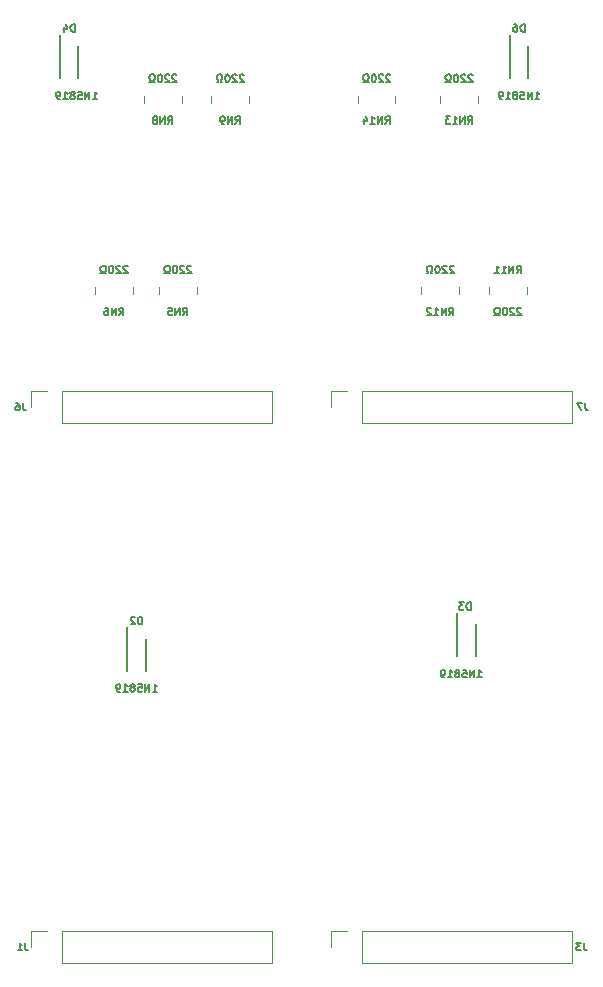
<source format=gbr>
%TF.GenerationSoftware,KiCad,Pcbnew,(6.0.5)*%
%TF.CreationDate,2022-08-15T11:08:26+02:00*%
%TF.ProjectId,Bus Tester,42757320-5465-4737-9465-722e6b696361,rev?*%
%TF.SameCoordinates,Original*%
%TF.FileFunction,Legend,Bot*%
%TF.FilePolarity,Positive*%
%FSLAX46Y46*%
G04 Gerber Fmt 4.6, Leading zero omitted, Abs format (unit mm)*
G04 Created by KiCad (PCBNEW (6.0.5)) date 2022-08-15 11:08:26*
%MOMM*%
%LPD*%
G01*
G04 APERTURE LIST*
%ADD10C,0.150000*%
%ADD11C,0.200000*%
%ADD12C,0.100000*%
%ADD13C,0.120000*%
G04 APERTURE END LIST*
D10*
%TO.C,D6*%
X65873690Y-25052261D02*
X65873690Y-24417261D01*
X65722500Y-24417261D01*
X65631785Y-24447500D01*
X65571309Y-24507976D01*
X65541071Y-24568452D01*
X65510833Y-24689404D01*
X65510833Y-24780119D01*
X65541071Y-24901071D01*
X65571309Y-24961547D01*
X65631785Y-25022023D01*
X65722500Y-25052261D01*
X65873690Y-25052261D01*
X64966547Y-24417261D02*
X65087500Y-24417261D01*
X65147976Y-24447500D01*
X65178214Y-24477738D01*
X65238690Y-24568452D01*
X65268928Y-24689404D01*
X65268928Y-24931309D01*
X65238690Y-24991785D01*
X65208452Y-25022023D01*
X65147976Y-25052261D01*
X65027023Y-25052261D01*
X64966547Y-25022023D01*
X64936309Y-24991785D01*
X64906071Y-24931309D01*
X64906071Y-24780119D01*
X64936309Y-24719642D01*
X64966547Y-24689404D01*
X65027023Y-24659166D01*
X65147976Y-24659166D01*
X65208452Y-24689404D01*
X65238690Y-24719642D01*
X65268928Y-24780119D01*
X66765714Y-30767261D02*
X67128571Y-30767261D01*
X66947142Y-30767261D02*
X66947142Y-30132261D01*
X67007619Y-30222976D01*
X67068095Y-30283452D01*
X67128571Y-30313690D01*
X66493571Y-30767261D02*
X66493571Y-30132261D01*
X66130714Y-30767261D01*
X66130714Y-30132261D01*
X65525952Y-30132261D02*
X65828333Y-30132261D01*
X65858571Y-30434642D01*
X65828333Y-30404404D01*
X65767857Y-30374166D01*
X65616666Y-30374166D01*
X65556190Y-30404404D01*
X65525952Y-30434642D01*
X65495714Y-30495119D01*
X65495714Y-30646309D01*
X65525952Y-30706785D01*
X65556190Y-30737023D01*
X65616666Y-30767261D01*
X65767857Y-30767261D01*
X65828333Y-30737023D01*
X65858571Y-30706785D01*
X65132857Y-30404404D02*
X65193333Y-30374166D01*
X65223571Y-30343928D01*
X65253809Y-30283452D01*
X65253809Y-30253214D01*
X65223571Y-30192738D01*
X65193333Y-30162500D01*
X65132857Y-30132261D01*
X65011904Y-30132261D01*
X64951428Y-30162500D01*
X64921190Y-30192738D01*
X64890952Y-30253214D01*
X64890952Y-30283452D01*
X64921190Y-30343928D01*
X64951428Y-30374166D01*
X65011904Y-30404404D01*
X65132857Y-30404404D01*
X65193333Y-30434642D01*
X65223571Y-30464880D01*
X65253809Y-30525357D01*
X65253809Y-30646309D01*
X65223571Y-30706785D01*
X65193333Y-30737023D01*
X65132857Y-30767261D01*
X65011904Y-30767261D01*
X64951428Y-30737023D01*
X64921190Y-30706785D01*
X64890952Y-30646309D01*
X64890952Y-30525357D01*
X64921190Y-30464880D01*
X64951428Y-30434642D01*
X65011904Y-30404404D01*
X64286190Y-30767261D02*
X64649047Y-30767261D01*
X64467619Y-30767261D02*
X64467619Y-30132261D01*
X64528095Y-30222976D01*
X64588571Y-30283452D01*
X64649047Y-30313690D01*
X63983809Y-30767261D02*
X63862857Y-30767261D01*
X63802380Y-30737023D01*
X63772142Y-30706785D01*
X63711666Y-30616071D01*
X63681428Y-30495119D01*
X63681428Y-30253214D01*
X63711666Y-30192738D01*
X63741904Y-30162500D01*
X63802380Y-30132261D01*
X63923333Y-30132261D01*
X63983809Y-30162500D01*
X64014047Y-30192738D01*
X64044285Y-30253214D01*
X64044285Y-30404404D01*
X64014047Y-30464880D01*
X63983809Y-30495119D01*
X63923333Y-30525357D01*
X63802380Y-30525357D01*
X63741904Y-30495119D01*
X63711666Y-30464880D01*
X63681428Y-30404404D01*
%TO.C,RN8*%
X35680952Y-32862761D02*
X35892619Y-32560380D01*
X36043809Y-32862761D02*
X36043809Y-32227761D01*
X35801904Y-32227761D01*
X35741428Y-32258000D01*
X35711190Y-32288238D01*
X35680952Y-32348714D01*
X35680952Y-32439428D01*
X35711190Y-32499904D01*
X35741428Y-32530142D01*
X35801904Y-32560380D01*
X36043809Y-32560380D01*
X35408809Y-32862761D02*
X35408809Y-32227761D01*
X35045952Y-32862761D01*
X35045952Y-32227761D01*
X34652857Y-32499904D02*
X34713333Y-32469666D01*
X34743571Y-32439428D01*
X34773809Y-32378952D01*
X34773809Y-32348714D01*
X34743571Y-32288238D01*
X34713333Y-32258000D01*
X34652857Y-32227761D01*
X34531904Y-32227761D01*
X34471428Y-32258000D01*
X34441190Y-32288238D01*
X34410952Y-32348714D01*
X34410952Y-32378952D01*
X34441190Y-32439428D01*
X34471428Y-32469666D01*
X34531904Y-32499904D01*
X34652857Y-32499904D01*
X34713333Y-32530142D01*
X34743571Y-32560380D01*
X34773809Y-32620857D01*
X34773809Y-32741809D01*
X34743571Y-32802285D01*
X34713333Y-32832523D01*
X34652857Y-32862761D01*
X34531904Y-32862761D01*
X34471428Y-32832523D01*
X34441190Y-32802285D01*
X34410952Y-32741809D01*
X34410952Y-32620857D01*
X34441190Y-32560380D01*
X34471428Y-32530142D01*
X34531904Y-32499904D01*
X36391547Y-28732238D02*
X36361309Y-28702000D01*
X36300833Y-28671761D01*
X36149642Y-28671761D01*
X36089166Y-28702000D01*
X36058928Y-28732238D01*
X36028690Y-28792714D01*
X36028690Y-28853190D01*
X36058928Y-28943904D01*
X36421785Y-29306761D01*
X36028690Y-29306761D01*
X35786785Y-28732238D02*
X35756547Y-28702000D01*
X35696071Y-28671761D01*
X35544880Y-28671761D01*
X35484404Y-28702000D01*
X35454166Y-28732238D01*
X35423928Y-28792714D01*
X35423928Y-28853190D01*
X35454166Y-28943904D01*
X35817023Y-29306761D01*
X35423928Y-29306761D01*
X35030833Y-28671761D02*
X34970357Y-28671761D01*
X34909880Y-28702000D01*
X34879642Y-28732238D01*
X34849404Y-28792714D01*
X34819166Y-28913666D01*
X34819166Y-29064857D01*
X34849404Y-29185809D01*
X34879642Y-29246285D01*
X34909880Y-29276523D01*
X34970357Y-29306761D01*
X35030833Y-29306761D01*
X35091309Y-29276523D01*
X35121547Y-29246285D01*
X35151785Y-29185809D01*
X35182023Y-29064857D01*
X35182023Y-28913666D01*
X35151785Y-28792714D01*
X35121547Y-28732238D01*
X35091309Y-28702000D01*
X35030833Y-28671761D01*
X34577261Y-29306761D02*
X34426071Y-29306761D01*
X34426071Y-29185809D01*
X34486547Y-29155571D01*
X34547023Y-29095095D01*
X34577261Y-29004380D01*
X34577261Y-28853190D01*
X34547023Y-28762476D01*
X34486547Y-28702000D01*
X34395833Y-28671761D01*
X34274880Y-28671761D01*
X34184166Y-28702000D01*
X34123690Y-28762476D01*
X34093452Y-28853190D01*
X34093452Y-29004380D01*
X34123690Y-29095095D01*
X34184166Y-29155571D01*
X34244642Y-29185809D01*
X34244642Y-29306761D01*
X34093452Y-29306761D01*
%TO.C,J1*%
X23579666Y-102204761D02*
X23579666Y-102658333D01*
X23609904Y-102749047D01*
X23670380Y-102809523D01*
X23761095Y-102839761D01*
X23821571Y-102839761D01*
X22944666Y-102839761D02*
X23307523Y-102839761D01*
X23126095Y-102839761D02*
X23126095Y-102204761D01*
X23186571Y-102295476D01*
X23247047Y-102355952D01*
X23307523Y-102386190D01*
%TO.C,RN12*%
X59478333Y-49055261D02*
X59690000Y-48752880D01*
X59841190Y-49055261D02*
X59841190Y-48420261D01*
X59599285Y-48420261D01*
X59538809Y-48450500D01*
X59508571Y-48480738D01*
X59478333Y-48541214D01*
X59478333Y-48631928D01*
X59508571Y-48692404D01*
X59538809Y-48722642D01*
X59599285Y-48752880D01*
X59841190Y-48752880D01*
X59206190Y-49055261D02*
X59206190Y-48420261D01*
X58843333Y-49055261D01*
X58843333Y-48420261D01*
X58208333Y-49055261D02*
X58571190Y-49055261D01*
X58389761Y-49055261D02*
X58389761Y-48420261D01*
X58450238Y-48510976D01*
X58510714Y-48571452D01*
X58571190Y-48601690D01*
X57966428Y-48480738D02*
X57936190Y-48450500D01*
X57875714Y-48420261D01*
X57724523Y-48420261D01*
X57664047Y-48450500D01*
X57633809Y-48480738D01*
X57603571Y-48541214D01*
X57603571Y-48601690D01*
X57633809Y-48692404D01*
X57996666Y-49055261D01*
X57603571Y-49055261D01*
X59886547Y-44924738D02*
X59856309Y-44894500D01*
X59795833Y-44864261D01*
X59644642Y-44864261D01*
X59584166Y-44894500D01*
X59553928Y-44924738D01*
X59523690Y-44985214D01*
X59523690Y-45045690D01*
X59553928Y-45136404D01*
X59916785Y-45499261D01*
X59523690Y-45499261D01*
X59281785Y-44924738D02*
X59251547Y-44894500D01*
X59191071Y-44864261D01*
X59039880Y-44864261D01*
X58979404Y-44894500D01*
X58949166Y-44924738D01*
X58918928Y-44985214D01*
X58918928Y-45045690D01*
X58949166Y-45136404D01*
X59312023Y-45499261D01*
X58918928Y-45499261D01*
X58525833Y-44864261D02*
X58465357Y-44864261D01*
X58404880Y-44894500D01*
X58374642Y-44924738D01*
X58344404Y-44985214D01*
X58314166Y-45106166D01*
X58314166Y-45257357D01*
X58344404Y-45378309D01*
X58374642Y-45438785D01*
X58404880Y-45469023D01*
X58465357Y-45499261D01*
X58525833Y-45499261D01*
X58586309Y-45469023D01*
X58616547Y-45438785D01*
X58646785Y-45378309D01*
X58677023Y-45257357D01*
X58677023Y-45106166D01*
X58646785Y-44985214D01*
X58616547Y-44924738D01*
X58586309Y-44894500D01*
X58525833Y-44864261D01*
X58072261Y-45499261D02*
X57921071Y-45499261D01*
X57921071Y-45378309D01*
X57981547Y-45348071D01*
X58042023Y-45287595D01*
X58072261Y-45196880D01*
X58072261Y-45045690D01*
X58042023Y-44954976D01*
X57981547Y-44894500D01*
X57890833Y-44864261D01*
X57769880Y-44864261D01*
X57679166Y-44894500D01*
X57618690Y-44954976D01*
X57588452Y-45045690D01*
X57588452Y-45196880D01*
X57618690Y-45287595D01*
X57679166Y-45348071D01*
X57739642Y-45378309D01*
X57739642Y-45499261D01*
X57588452Y-45499261D01*
%TO.C,D3*%
X61301690Y-74010761D02*
X61301690Y-73375761D01*
X61150500Y-73375761D01*
X61059785Y-73406000D01*
X60999309Y-73466476D01*
X60969071Y-73526952D01*
X60938833Y-73647904D01*
X60938833Y-73738619D01*
X60969071Y-73859571D01*
X60999309Y-73920047D01*
X61059785Y-73980523D01*
X61150500Y-74010761D01*
X61301690Y-74010761D01*
X60727166Y-73375761D02*
X60334071Y-73375761D01*
X60545738Y-73617666D01*
X60455023Y-73617666D01*
X60394547Y-73647904D01*
X60364309Y-73678142D01*
X60334071Y-73738619D01*
X60334071Y-73889809D01*
X60364309Y-73950285D01*
X60394547Y-73980523D01*
X60455023Y-74010761D01*
X60636452Y-74010761D01*
X60696928Y-73980523D01*
X60727166Y-73950285D01*
X61876214Y-79725761D02*
X62239071Y-79725761D01*
X62057642Y-79725761D02*
X62057642Y-79090761D01*
X62118119Y-79181476D01*
X62178595Y-79241952D01*
X62239071Y-79272190D01*
X61604071Y-79725761D02*
X61604071Y-79090761D01*
X61241214Y-79725761D01*
X61241214Y-79090761D01*
X60636452Y-79090761D02*
X60938833Y-79090761D01*
X60969071Y-79393142D01*
X60938833Y-79362904D01*
X60878357Y-79332666D01*
X60727166Y-79332666D01*
X60666690Y-79362904D01*
X60636452Y-79393142D01*
X60606214Y-79453619D01*
X60606214Y-79604809D01*
X60636452Y-79665285D01*
X60666690Y-79695523D01*
X60727166Y-79725761D01*
X60878357Y-79725761D01*
X60938833Y-79695523D01*
X60969071Y-79665285D01*
X60243357Y-79362904D02*
X60303833Y-79332666D01*
X60334071Y-79302428D01*
X60364309Y-79241952D01*
X60364309Y-79211714D01*
X60334071Y-79151238D01*
X60303833Y-79121000D01*
X60243357Y-79090761D01*
X60122404Y-79090761D01*
X60061928Y-79121000D01*
X60031690Y-79151238D01*
X60001452Y-79211714D01*
X60001452Y-79241952D01*
X60031690Y-79302428D01*
X60061928Y-79332666D01*
X60122404Y-79362904D01*
X60243357Y-79362904D01*
X60303833Y-79393142D01*
X60334071Y-79423380D01*
X60364309Y-79483857D01*
X60364309Y-79604809D01*
X60334071Y-79665285D01*
X60303833Y-79695523D01*
X60243357Y-79725761D01*
X60122404Y-79725761D01*
X60061928Y-79695523D01*
X60031690Y-79665285D01*
X60001452Y-79604809D01*
X60001452Y-79483857D01*
X60031690Y-79423380D01*
X60061928Y-79393142D01*
X60122404Y-79362904D01*
X59396690Y-79725761D02*
X59759547Y-79725761D01*
X59578119Y-79725761D02*
X59578119Y-79090761D01*
X59638595Y-79181476D01*
X59699071Y-79241952D01*
X59759547Y-79272190D01*
X59094309Y-79725761D02*
X58973357Y-79725761D01*
X58912880Y-79695523D01*
X58882642Y-79665285D01*
X58822166Y-79574571D01*
X58791928Y-79453619D01*
X58791928Y-79211714D01*
X58822166Y-79151238D01*
X58852404Y-79121000D01*
X58912880Y-79090761D01*
X59033833Y-79090761D01*
X59094309Y-79121000D01*
X59124547Y-79151238D01*
X59154785Y-79211714D01*
X59154785Y-79362904D01*
X59124547Y-79423380D01*
X59094309Y-79453619D01*
X59033833Y-79483857D01*
X58912880Y-79483857D01*
X58852404Y-79453619D01*
X58822166Y-79423380D01*
X58791928Y-79362904D01*
%TO.C,RN14*%
X54080833Y-32862761D02*
X54292500Y-32560380D01*
X54443690Y-32862761D02*
X54443690Y-32227761D01*
X54201785Y-32227761D01*
X54141309Y-32258000D01*
X54111071Y-32288238D01*
X54080833Y-32348714D01*
X54080833Y-32439428D01*
X54111071Y-32499904D01*
X54141309Y-32530142D01*
X54201785Y-32560380D01*
X54443690Y-32560380D01*
X53808690Y-32862761D02*
X53808690Y-32227761D01*
X53445833Y-32862761D01*
X53445833Y-32227761D01*
X52810833Y-32862761D02*
X53173690Y-32862761D01*
X52992261Y-32862761D02*
X52992261Y-32227761D01*
X53052738Y-32318476D01*
X53113214Y-32378952D01*
X53173690Y-32409190D01*
X52266547Y-32439428D02*
X52266547Y-32862761D01*
X52417738Y-32197523D02*
X52568928Y-32651095D01*
X52175833Y-32651095D01*
X54489047Y-28732238D02*
X54458809Y-28702000D01*
X54398333Y-28671761D01*
X54247142Y-28671761D01*
X54186666Y-28702000D01*
X54156428Y-28732238D01*
X54126190Y-28792714D01*
X54126190Y-28853190D01*
X54156428Y-28943904D01*
X54519285Y-29306761D01*
X54126190Y-29306761D01*
X53884285Y-28732238D02*
X53854047Y-28702000D01*
X53793571Y-28671761D01*
X53642380Y-28671761D01*
X53581904Y-28702000D01*
X53551666Y-28732238D01*
X53521428Y-28792714D01*
X53521428Y-28853190D01*
X53551666Y-28943904D01*
X53914523Y-29306761D01*
X53521428Y-29306761D01*
X53128333Y-28671761D02*
X53067857Y-28671761D01*
X53007380Y-28702000D01*
X52977142Y-28732238D01*
X52946904Y-28792714D01*
X52916666Y-28913666D01*
X52916666Y-29064857D01*
X52946904Y-29185809D01*
X52977142Y-29246285D01*
X53007380Y-29276523D01*
X53067857Y-29306761D01*
X53128333Y-29306761D01*
X53188809Y-29276523D01*
X53219047Y-29246285D01*
X53249285Y-29185809D01*
X53279523Y-29064857D01*
X53279523Y-28913666D01*
X53249285Y-28792714D01*
X53219047Y-28732238D01*
X53188809Y-28702000D01*
X53128333Y-28671761D01*
X52674761Y-29306761D02*
X52523571Y-29306761D01*
X52523571Y-29185809D01*
X52584047Y-29155571D01*
X52644523Y-29095095D01*
X52674761Y-29004380D01*
X52674761Y-28853190D01*
X52644523Y-28762476D01*
X52584047Y-28702000D01*
X52493333Y-28671761D01*
X52372380Y-28671761D01*
X52281666Y-28702000D01*
X52221190Y-28762476D01*
X52190952Y-28853190D01*
X52190952Y-29004380D01*
X52221190Y-29095095D01*
X52281666Y-29155571D01*
X52342142Y-29185809D01*
X52342142Y-29306761D01*
X52190952Y-29306761D01*
%TO.C,J7*%
X71014166Y-56484761D02*
X71014166Y-56938333D01*
X71044404Y-57029047D01*
X71104880Y-57089523D01*
X71195595Y-57119761D01*
X71256071Y-57119761D01*
X70772261Y-56484761D02*
X70348928Y-56484761D01*
X70621071Y-57119761D01*
%TO.C,J6*%
X23389166Y-56484761D02*
X23389166Y-56938333D01*
X23419404Y-57029047D01*
X23479880Y-57089523D01*
X23570595Y-57119761D01*
X23631071Y-57119761D01*
X22814642Y-56484761D02*
X22935595Y-56484761D01*
X22996071Y-56515000D01*
X23026309Y-56545238D01*
X23086785Y-56635952D01*
X23117023Y-56756904D01*
X23117023Y-56998809D01*
X23086785Y-57059285D01*
X23056547Y-57089523D01*
X22996071Y-57119761D01*
X22875119Y-57119761D01*
X22814642Y-57089523D01*
X22784404Y-57059285D01*
X22754166Y-56998809D01*
X22754166Y-56847619D01*
X22784404Y-56787142D01*
X22814642Y-56756904D01*
X22875119Y-56726666D01*
X22996071Y-56726666D01*
X23056547Y-56756904D01*
X23086785Y-56787142D01*
X23117023Y-56847619D01*
%TO.C,D4*%
X27773690Y-25052261D02*
X27773690Y-24417261D01*
X27622500Y-24417261D01*
X27531785Y-24447500D01*
X27471309Y-24507976D01*
X27441071Y-24568452D01*
X27410833Y-24689404D01*
X27410833Y-24780119D01*
X27441071Y-24901071D01*
X27471309Y-24961547D01*
X27531785Y-25022023D01*
X27622500Y-25052261D01*
X27773690Y-25052261D01*
X26866547Y-24628928D02*
X26866547Y-25052261D01*
X27017738Y-24387023D02*
X27168928Y-24840595D01*
X26775833Y-24840595D01*
X29300714Y-30767261D02*
X29663571Y-30767261D01*
X29482142Y-30767261D02*
X29482142Y-30132261D01*
X29542619Y-30222976D01*
X29603095Y-30283452D01*
X29663571Y-30313690D01*
X29028571Y-30767261D02*
X29028571Y-30132261D01*
X28665714Y-30767261D01*
X28665714Y-30132261D01*
X28060952Y-30132261D02*
X28363333Y-30132261D01*
X28393571Y-30434642D01*
X28363333Y-30404404D01*
X28302857Y-30374166D01*
X28151666Y-30374166D01*
X28091190Y-30404404D01*
X28060952Y-30434642D01*
X28030714Y-30495119D01*
X28030714Y-30646309D01*
X28060952Y-30706785D01*
X28091190Y-30737023D01*
X28151666Y-30767261D01*
X28302857Y-30767261D01*
X28363333Y-30737023D01*
X28393571Y-30706785D01*
X27667857Y-30404404D02*
X27728333Y-30374166D01*
X27758571Y-30343928D01*
X27788809Y-30283452D01*
X27788809Y-30253214D01*
X27758571Y-30192738D01*
X27728333Y-30162500D01*
X27667857Y-30132261D01*
X27546904Y-30132261D01*
X27486428Y-30162500D01*
X27456190Y-30192738D01*
X27425952Y-30253214D01*
X27425952Y-30283452D01*
X27456190Y-30343928D01*
X27486428Y-30374166D01*
X27546904Y-30404404D01*
X27667857Y-30404404D01*
X27728333Y-30434642D01*
X27758571Y-30464880D01*
X27788809Y-30525357D01*
X27788809Y-30646309D01*
X27758571Y-30706785D01*
X27728333Y-30737023D01*
X27667857Y-30767261D01*
X27546904Y-30767261D01*
X27486428Y-30737023D01*
X27456190Y-30706785D01*
X27425952Y-30646309D01*
X27425952Y-30525357D01*
X27456190Y-30464880D01*
X27486428Y-30434642D01*
X27546904Y-30404404D01*
X26821190Y-30767261D02*
X27184047Y-30767261D01*
X27002619Y-30767261D02*
X27002619Y-30132261D01*
X27063095Y-30222976D01*
X27123571Y-30283452D01*
X27184047Y-30313690D01*
X26518809Y-30767261D02*
X26397857Y-30767261D01*
X26337380Y-30737023D01*
X26307142Y-30706785D01*
X26246666Y-30616071D01*
X26216428Y-30495119D01*
X26216428Y-30253214D01*
X26246666Y-30192738D01*
X26276904Y-30162500D01*
X26337380Y-30132261D01*
X26458333Y-30132261D01*
X26518809Y-30162500D01*
X26549047Y-30192738D01*
X26579285Y-30253214D01*
X26579285Y-30404404D01*
X26549047Y-30464880D01*
X26518809Y-30495119D01*
X26458333Y-30525357D01*
X26337380Y-30525357D01*
X26276904Y-30495119D01*
X26246666Y-30464880D01*
X26216428Y-30404404D01*
%TO.C,RN6*%
X31553452Y-49055261D02*
X31765119Y-48752880D01*
X31916309Y-49055261D02*
X31916309Y-48420261D01*
X31674404Y-48420261D01*
X31613928Y-48450500D01*
X31583690Y-48480738D01*
X31553452Y-48541214D01*
X31553452Y-48631928D01*
X31583690Y-48692404D01*
X31613928Y-48722642D01*
X31674404Y-48752880D01*
X31916309Y-48752880D01*
X31281309Y-49055261D02*
X31281309Y-48420261D01*
X30918452Y-49055261D01*
X30918452Y-48420261D01*
X30343928Y-48420261D02*
X30464880Y-48420261D01*
X30525357Y-48450500D01*
X30555595Y-48480738D01*
X30616071Y-48571452D01*
X30646309Y-48692404D01*
X30646309Y-48934309D01*
X30616071Y-48994785D01*
X30585833Y-49025023D01*
X30525357Y-49055261D01*
X30404404Y-49055261D01*
X30343928Y-49025023D01*
X30313690Y-48994785D01*
X30283452Y-48934309D01*
X30283452Y-48783119D01*
X30313690Y-48722642D01*
X30343928Y-48692404D01*
X30404404Y-48662166D01*
X30525357Y-48662166D01*
X30585833Y-48692404D01*
X30616071Y-48722642D01*
X30646309Y-48783119D01*
X32264047Y-44924738D02*
X32233809Y-44894500D01*
X32173333Y-44864261D01*
X32022142Y-44864261D01*
X31961666Y-44894500D01*
X31931428Y-44924738D01*
X31901190Y-44985214D01*
X31901190Y-45045690D01*
X31931428Y-45136404D01*
X32294285Y-45499261D01*
X31901190Y-45499261D01*
X31659285Y-44924738D02*
X31629047Y-44894500D01*
X31568571Y-44864261D01*
X31417380Y-44864261D01*
X31356904Y-44894500D01*
X31326666Y-44924738D01*
X31296428Y-44985214D01*
X31296428Y-45045690D01*
X31326666Y-45136404D01*
X31689523Y-45499261D01*
X31296428Y-45499261D01*
X30903333Y-44864261D02*
X30842857Y-44864261D01*
X30782380Y-44894500D01*
X30752142Y-44924738D01*
X30721904Y-44985214D01*
X30691666Y-45106166D01*
X30691666Y-45257357D01*
X30721904Y-45378309D01*
X30752142Y-45438785D01*
X30782380Y-45469023D01*
X30842857Y-45499261D01*
X30903333Y-45499261D01*
X30963809Y-45469023D01*
X30994047Y-45438785D01*
X31024285Y-45378309D01*
X31054523Y-45257357D01*
X31054523Y-45106166D01*
X31024285Y-44985214D01*
X30994047Y-44924738D01*
X30963809Y-44894500D01*
X30903333Y-44864261D01*
X30449761Y-45499261D02*
X30298571Y-45499261D01*
X30298571Y-45378309D01*
X30359047Y-45348071D01*
X30419523Y-45287595D01*
X30449761Y-45196880D01*
X30449761Y-45045690D01*
X30419523Y-44954976D01*
X30359047Y-44894500D01*
X30268333Y-44864261D01*
X30147380Y-44864261D01*
X30056666Y-44894500D01*
X29996190Y-44954976D01*
X29965952Y-45045690D01*
X29965952Y-45196880D01*
X29996190Y-45287595D01*
X30056666Y-45348071D01*
X30117142Y-45378309D01*
X30117142Y-45499261D01*
X29965952Y-45499261D01*
%TO.C,RN5*%
X36950952Y-49055261D02*
X37162619Y-48752880D01*
X37313809Y-49055261D02*
X37313809Y-48420261D01*
X37071904Y-48420261D01*
X37011428Y-48450500D01*
X36981190Y-48480738D01*
X36950952Y-48541214D01*
X36950952Y-48631928D01*
X36981190Y-48692404D01*
X37011428Y-48722642D01*
X37071904Y-48752880D01*
X37313809Y-48752880D01*
X36678809Y-49055261D02*
X36678809Y-48420261D01*
X36315952Y-49055261D01*
X36315952Y-48420261D01*
X35711190Y-48420261D02*
X36013571Y-48420261D01*
X36043809Y-48722642D01*
X36013571Y-48692404D01*
X35953095Y-48662166D01*
X35801904Y-48662166D01*
X35741428Y-48692404D01*
X35711190Y-48722642D01*
X35680952Y-48783119D01*
X35680952Y-48934309D01*
X35711190Y-48994785D01*
X35741428Y-49025023D01*
X35801904Y-49055261D01*
X35953095Y-49055261D01*
X36013571Y-49025023D01*
X36043809Y-48994785D01*
X37661547Y-44924738D02*
X37631309Y-44894500D01*
X37570833Y-44864261D01*
X37419642Y-44864261D01*
X37359166Y-44894500D01*
X37328928Y-44924738D01*
X37298690Y-44985214D01*
X37298690Y-45045690D01*
X37328928Y-45136404D01*
X37691785Y-45499261D01*
X37298690Y-45499261D01*
X37056785Y-44924738D02*
X37026547Y-44894500D01*
X36966071Y-44864261D01*
X36814880Y-44864261D01*
X36754404Y-44894500D01*
X36724166Y-44924738D01*
X36693928Y-44985214D01*
X36693928Y-45045690D01*
X36724166Y-45136404D01*
X37087023Y-45499261D01*
X36693928Y-45499261D01*
X36300833Y-44864261D02*
X36240357Y-44864261D01*
X36179880Y-44894500D01*
X36149642Y-44924738D01*
X36119404Y-44985214D01*
X36089166Y-45106166D01*
X36089166Y-45257357D01*
X36119404Y-45378309D01*
X36149642Y-45438785D01*
X36179880Y-45469023D01*
X36240357Y-45499261D01*
X36300833Y-45499261D01*
X36361309Y-45469023D01*
X36391547Y-45438785D01*
X36421785Y-45378309D01*
X36452023Y-45257357D01*
X36452023Y-45106166D01*
X36421785Y-44985214D01*
X36391547Y-44924738D01*
X36361309Y-44894500D01*
X36300833Y-44864261D01*
X35847261Y-45499261D02*
X35696071Y-45499261D01*
X35696071Y-45378309D01*
X35756547Y-45348071D01*
X35817023Y-45287595D01*
X35847261Y-45196880D01*
X35847261Y-45045690D01*
X35817023Y-44954976D01*
X35756547Y-44894500D01*
X35665833Y-44864261D01*
X35544880Y-44864261D01*
X35454166Y-44894500D01*
X35393690Y-44954976D01*
X35363452Y-45045690D01*
X35363452Y-45196880D01*
X35393690Y-45287595D01*
X35454166Y-45348071D01*
X35514642Y-45378309D01*
X35514642Y-45499261D01*
X35363452Y-45499261D01*
%TO.C,D2*%
X33488690Y-75217261D02*
X33488690Y-74582261D01*
X33337500Y-74582261D01*
X33246785Y-74612500D01*
X33186309Y-74672976D01*
X33156071Y-74733452D01*
X33125833Y-74854404D01*
X33125833Y-74945119D01*
X33156071Y-75066071D01*
X33186309Y-75126547D01*
X33246785Y-75187023D01*
X33337500Y-75217261D01*
X33488690Y-75217261D01*
X32883928Y-74642738D02*
X32853690Y-74612500D01*
X32793214Y-74582261D01*
X32642023Y-74582261D01*
X32581547Y-74612500D01*
X32551309Y-74642738D01*
X32521071Y-74703214D01*
X32521071Y-74763690D01*
X32551309Y-74854404D01*
X32914166Y-75217261D01*
X32521071Y-75217261D01*
X34380714Y-80932261D02*
X34743571Y-80932261D01*
X34562142Y-80932261D02*
X34562142Y-80297261D01*
X34622619Y-80387976D01*
X34683095Y-80448452D01*
X34743571Y-80478690D01*
X34108571Y-80932261D02*
X34108571Y-80297261D01*
X33745714Y-80932261D01*
X33745714Y-80297261D01*
X33140952Y-80297261D02*
X33443333Y-80297261D01*
X33473571Y-80599642D01*
X33443333Y-80569404D01*
X33382857Y-80539166D01*
X33231666Y-80539166D01*
X33171190Y-80569404D01*
X33140952Y-80599642D01*
X33110714Y-80660119D01*
X33110714Y-80811309D01*
X33140952Y-80871785D01*
X33171190Y-80902023D01*
X33231666Y-80932261D01*
X33382857Y-80932261D01*
X33443333Y-80902023D01*
X33473571Y-80871785D01*
X32747857Y-80569404D02*
X32808333Y-80539166D01*
X32838571Y-80508928D01*
X32868809Y-80448452D01*
X32868809Y-80418214D01*
X32838571Y-80357738D01*
X32808333Y-80327500D01*
X32747857Y-80297261D01*
X32626904Y-80297261D01*
X32566428Y-80327500D01*
X32536190Y-80357738D01*
X32505952Y-80418214D01*
X32505952Y-80448452D01*
X32536190Y-80508928D01*
X32566428Y-80539166D01*
X32626904Y-80569404D01*
X32747857Y-80569404D01*
X32808333Y-80599642D01*
X32838571Y-80629880D01*
X32868809Y-80690357D01*
X32868809Y-80811309D01*
X32838571Y-80871785D01*
X32808333Y-80902023D01*
X32747857Y-80932261D01*
X32626904Y-80932261D01*
X32566428Y-80902023D01*
X32536190Y-80871785D01*
X32505952Y-80811309D01*
X32505952Y-80690357D01*
X32536190Y-80629880D01*
X32566428Y-80599642D01*
X32626904Y-80569404D01*
X31901190Y-80932261D02*
X32264047Y-80932261D01*
X32082619Y-80932261D02*
X32082619Y-80297261D01*
X32143095Y-80387976D01*
X32203571Y-80448452D01*
X32264047Y-80478690D01*
X31598809Y-80932261D02*
X31477857Y-80932261D01*
X31417380Y-80902023D01*
X31387142Y-80871785D01*
X31326666Y-80781071D01*
X31296428Y-80660119D01*
X31296428Y-80418214D01*
X31326666Y-80357738D01*
X31356904Y-80327500D01*
X31417380Y-80297261D01*
X31538333Y-80297261D01*
X31598809Y-80327500D01*
X31629047Y-80357738D01*
X31659285Y-80418214D01*
X31659285Y-80569404D01*
X31629047Y-80629880D01*
X31598809Y-80660119D01*
X31538333Y-80690357D01*
X31417380Y-80690357D01*
X31356904Y-80660119D01*
X31326666Y-80629880D01*
X31296428Y-80569404D01*
%TO.C,J3*%
X70887166Y-102204761D02*
X70887166Y-102658333D01*
X70917404Y-102749047D01*
X70977880Y-102809523D01*
X71068595Y-102839761D01*
X71129071Y-102839761D01*
X70645261Y-102204761D02*
X70252166Y-102204761D01*
X70463833Y-102446666D01*
X70373119Y-102446666D01*
X70312642Y-102476904D01*
X70282404Y-102507142D01*
X70252166Y-102567619D01*
X70252166Y-102718809D01*
X70282404Y-102779285D01*
X70312642Y-102809523D01*
X70373119Y-102839761D01*
X70554547Y-102839761D01*
X70615023Y-102809523D01*
X70645261Y-102779285D01*
%TO.C,RN11*%
X65193333Y-45499261D02*
X65405000Y-45196880D01*
X65556190Y-45499261D02*
X65556190Y-44864261D01*
X65314285Y-44864261D01*
X65253809Y-44894500D01*
X65223571Y-44924738D01*
X65193333Y-44985214D01*
X65193333Y-45075928D01*
X65223571Y-45136404D01*
X65253809Y-45166642D01*
X65314285Y-45196880D01*
X65556190Y-45196880D01*
X64921190Y-45499261D02*
X64921190Y-44864261D01*
X64558333Y-45499261D01*
X64558333Y-44864261D01*
X63923333Y-45499261D02*
X64286190Y-45499261D01*
X64104761Y-45499261D02*
X64104761Y-44864261D01*
X64165238Y-44954976D01*
X64225714Y-45015452D01*
X64286190Y-45045690D01*
X63318571Y-45499261D02*
X63681428Y-45499261D01*
X63500000Y-45499261D02*
X63500000Y-44864261D01*
X63560476Y-44954976D01*
X63620952Y-45015452D01*
X63681428Y-45045690D01*
X65601547Y-48480738D02*
X65571309Y-48450500D01*
X65510833Y-48420261D01*
X65359642Y-48420261D01*
X65299166Y-48450500D01*
X65268928Y-48480738D01*
X65238690Y-48541214D01*
X65238690Y-48601690D01*
X65268928Y-48692404D01*
X65631785Y-49055261D01*
X65238690Y-49055261D01*
X64996785Y-48480738D02*
X64966547Y-48450500D01*
X64906071Y-48420261D01*
X64754880Y-48420261D01*
X64694404Y-48450500D01*
X64664166Y-48480738D01*
X64633928Y-48541214D01*
X64633928Y-48601690D01*
X64664166Y-48692404D01*
X65027023Y-49055261D01*
X64633928Y-49055261D01*
X64240833Y-48420261D02*
X64180357Y-48420261D01*
X64119880Y-48450500D01*
X64089642Y-48480738D01*
X64059404Y-48541214D01*
X64029166Y-48662166D01*
X64029166Y-48813357D01*
X64059404Y-48934309D01*
X64089642Y-48994785D01*
X64119880Y-49025023D01*
X64180357Y-49055261D01*
X64240833Y-49055261D01*
X64301309Y-49025023D01*
X64331547Y-48994785D01*
X64361785Y-48934309D01*
X64392023Y-48813357D01*
X64392023Y-48662166D01*
X64361785Y-48541214D01*
X64331547Y-48480738D01*
X64301309Y-48450500D01*
X64240833Y-48420261D01*
X63787261Y-49055261D02*
X63636071Y-49055261D01*
X63636071Y-48934309D01*
X63696547Y-48904071D01*
X63757023Y-48843595D01*
X63787261Y-48752880D01*
X63787261Y-48601690D01*
X63757023Y-48510976D01*
X63696547Y-48450500D01*
X63605833Y-48420261D01*
X63484880Y-48420261D01*
X63394166Y-48450500D01*
X63333690Y-48510976D01*
X63303452Y-48601690D01*
X63303452Y-48752880D01*
X63333690Y-48843595D01*
X63394166Y-48904071D01*
X63454642Y-48934309D01*
X63454642Y-49055261D01*
X63303452Y-49055261D01*
%TO.C,RN13*%
X61065833Y-32862761D02*
X61277500Y-32560380D01*
X61428690Y-32862761D02*
X61428690Y-32227761D01*
X61186785Y-32227761D01*
X61126309Y-32258000D01*
X61096071Y-32288238D01*
X61065833Y-32348714D01*
X61065833Y-32439428D01*
X61096071Y-32499904D01*
X61126309Y-32530142D01*
X61186785Y-32560380D01*
X61428690Y-32560380D01*
X60793690Y-32862761D02*
X60793690Y-32227761D01*
X60430833Y-32862761D01*
X60430833Y-32227761D01*
X59795833Y-32862761D02*
X60158690Y-32862761D01*
X59977261Y-32862761D02*
X59977261Y-32227761D01*
X60037738Y-32318476D01*
X60098214Y-32378952D01*
X60158690Y-32409190D01*
X59584166Y-32227761D02*
X59191071Y-32227761D01*
X59402738Y-32469666D01*
X59312023Y-32469666D01*
X59251547Y-32499904D01*
X59221309Y-32530142D01*
X59191071Y-32590619D01*
X59191071Y-32741809D01*
X59221309Y-32802285D01*
X59251547Y-32832523D01*
X59312023Y-32862761D01*
X59493452Y-32862761D01*
X59553928Y-32832523D01*
X59584166Y-32802285D01*
X61474047Y-28732238D02*
X61443809Y-28702000D01*
X61383333Y-28671761D01*
X61232142Y-28671761D01*
X61171666Y-28702000D01*
X61141428Y-28732238D01*
X61111190Y-28792714D01*
X61111190Y-28853190D01*
X61141428Y-28943904D01*
X61504285Y-29306761D01*
X61111190Y-29306761D01*
X60869285Y-28732238D02*
X60839047Y-28702000D01*
X60778571Y-28671761D01*
X60627380Y-28671761D01*
X60566904Y-28702000D01*
X60536666Y-28732238D01*
X60506428Y-28792714D01*
X60506428Y-28853190D01*
X60536666Y-28943904D01*
X60899523Y-29306761D01*
X60506428Y-29306761D01*
X60113333Y-28671761D02*
X60052857Y-28671761D01*
X59992380Y-28702000D01*
X59962142Y-28732238D01*
X59931904Y-28792714D01*
X59901666Y-28913666D01*
X59901666Y-29064857D01*
X59931904Y-29185809D01*
X59962142Y-29246285D01*
X59992380Y-29276523D01*
X60052857Y-29306761D01*
X60113333Y-29306761D01*
X60173809Y-29276523D01*
X60204047Y-29246285D01*
X60234285Y-29185809D01*
X60264523Y-29064857D01*
X60264523Y-28913666D01*
X60234285Y-28792714D01*
X60204047Y-28732238D01*
X60173809Y-28702000D01*
X60113333Y-28671761D01*
X59659761Y-29306761D02*
X59508571Y-29306761D01*
X59508571Y-29185809D01*
X59569047Y-29155571D01*
X59629523Y-29095095D01*
X59659761Y-29004380D01*
X59659761Y-28853190D01*
X59629523Y-28762476D01*
X59569047Y-28702000D01*
X59478333Y-28671761D01*
X59357380Y-28671761D01*
X59266666Y-28702000D01*
X59206190Y-28762476D01*
X59175952Y-28853190D01*
X59175952Y-29004380D01*
X59206190Y-29095095D01*
X59266666Y-29155571D01*
X59327142Y-29185809D01*
X59327142Y-29306761D01*
X59175952Y-29306761D01*
%TO.C,RN9*%
X41395952Y-32862761D02*
X41607619Y-32560380D01*
X41758809Y-32862761D02*
X41758809Y-32227761D01*
X41516904Y-32227761D01*
X41456428Y-32258000D01*
X41426190Y-32288238D01*
X41395952Y-32348714D01*
X41395952Y-32439428D01*
X41426190Y-32499904D01*
X41456428Y-32530142D01*
X41516904Y-32560380D01*
X41758809Y-32560380D01*
X41123809Y-32862761D02*
X41123809Y-32227761D01*
X40760952Y-32862761D01*
X40760952Y-32227761D01*
X40428333Y-32862761D02*
X40307380Y-32862761D01*
X40246904Y-32832523D01*
X40216666Y-32802285D01*
X40156190Y-32711571D01*
X40125952Y-32590619D01*
X40125952Y-32348714D01*
X40156190Y-32288238D01*
X40186428Y-32258000D01*
X40246904Y-32227761D01*
X40367857Y-32227761D01*
X40428333Y-32258000D01*
X40458571Y-32288238D01*
X40488809Y-32348714D01*
X40488809Y-32499904D01*
X40458571Y-32560380D01*
X40428333Y-32590619D01*
X40367857Y-32620857D01*
X40246904Y-32620857D01*
X40186428Y-32590619D01*
X40156190Y-32560380D01*
X40125952Y-32499904D01*
X42106547Y-28732238D02*
X42076309Y-28702000D01*
X42015833Y-28671761D01*
X41864642Y-28671761D01*
X41804166Y-28702000D01*
X41773928Y-28732238D01*
X41743690Y-28792714D01*
X41743690Y-28853190D01*
X41773928Y-28943904D01*
X42136785Y-29306761D01*
X41743690Y-29306761D01*
X41501785Y-28732238D02*
X41471547Y-28702000D01*
X41411071Y-28671761D01*
X41259880Y-28671761D01*
X41199404Y-28702000D01*
X41169166Y-28732238D01*
X41138928Y-28792714D01*
X41138928Y-28853190D01*
X41169166Y-28943904D01*
X41532023Y-29306761D01*
X41138928Y-29306761D01*
X40745833Y-28671761D02*
X40685357Y-28671761D01*
X40624880Y-28702000D01*
X40594642Y-28732238D01*
X40564404Y-28792714D01*
X40534166Y-28913666D01*
X40534166Y-29064857D01*
X40564404Y-29185809D01*
X40594642Y-29246285D01*
X40624880Y-29276523D01*
X40685357Y-29306761D01*
X40745833Y-29306761D01*
X40806309Y-29276523D01*
X40836547Y-29246285D01*
X40866785Y-29185809D01*
X40897023Y-29064857D01*
X40897023Y-28913666D01*
X40866785Y-28792714D01*
X40836547Y-28732238D01*
X40806309Y-28702000D01*
X40745833Y-28671761D01*
X40292261Y-29306761D02*
X40141071Y-29306761D01*
X40141071Y-29185809D01*
X40201547Y-29155571D01*
X40262023Y-29095095D01*
X40292261Y-29004380D01*
X40292261Y-28853190D01*
X40262023Y-28762476D01*
X40201547Y-28702000D01*
X40110833Y-28671761D01*
X39989880Y-28671761D01*
X39899166Y-28702000D01*
X39838690Y-28762476D01*
X39808452Y-28853190D01*
X39808452Y-29004380D01*
X39838690Y-29095095D01*
X39899166Y-29155571D01*
X39959642Y-29185809D01*
X39959642Y-29306761D01*
X39808452Y-29306761D01*
D11*
%TO.C,D6*%
X66180000Y-26272500D02*
X66180000Y-28972500D01*
X64630000Y-25322500D02*
X64630000Y-28972500D01*
D12*
%TO.C,RN8*%
X33642500Y-31097500D02*
X33642500Y-30497500D01*
X36842500Y-31097500D02*
X36842500Y-30497500D01*
D13*
%TO.C,J1*%
X44510000Y-101222500D02*
X44510000Y-103882500D01*
X24070000Y-101222500D02*
X24070000Y-102552500D01*
X26670000Y-103882500D02*
X44510000Y-103882500D01*
X26670000Y-101222500D02*
X44510000Y-101222500D01*
X26670000Y-101222500D02*
X26670000Y-103882500D01*
X25400000Y-101222500D02*
X24070000Y-101222500D01*
D12*
%TO.C,RN12*%
X60337500Y-47290000D02*
X60337500Y-46690000D01*
X57137500Y-47290000D02*
X57137500Y-46690000D01*
D11*
%TO.C,D3*%
X60185000Y-74281000D02*
X60185000Y-77931000D01*
X61735000Y-75231000D02*
X61735000Y-77931000D01*
D12*
%TO.C,RN14*%
X51740000Y-31097500D02*
X51740000Y-30497500D01*
X54940000Y-31097500D02*
X54940000Y-30497500D01*
D13*
%TO.C,J7*%
X69910000Y-55502500D02*
X69910000Y-58162500D01*
X52070000Y-55502500D02*
X52070000Y-58162500D01*
X52070000Y-58162500D02*
X69910000Y-58162500D01*
X52070000Y-55502500D02*
X69910000Y-55502500D01*
X49470000Y-55502500D02*
X49470000Y-56832500D01*
X50800000Y-55502500D02*
X49470000Y-55502500D01*
%TO.C,J6*%
X26670000Y-58162500D02*
X44510000Y-58162500D01*
X24070000Y-55502500D02*
X24070000Y-56832500D01*
X44510000Y-55502500D02*
X44510000Y-58162500D01*
X26670000Y-55502500D02*
X26670000Y-58162500D01*
X25400000Y-55502500D02*
X24070000Y-55502500D01*
X26670000Y-55502500D02*
X44510000Y-55502500D01*
D11*
%TO.C,D4*%
X28080000Y-26272500D02*
X28080000Y-28972500D01*
X26530000Y-25322500D02*
X26530000Y-28972500D01*
D12*
%TO.C,RN6*%
X29515000Y-47290000D02*
X29515000Y-46690000D01*
X32715000Y-47290000D02*
X32715000Y-46690000D01*
%TO.C,RN5*%
X38112500Y-47290000D02*
X38112500Y-46690000D01*
X34912500Y-47290000D02*
X34912500Y-46690000D01*
D11*
%TO.C,D2*%
X32245000Y-75487500D02*
X32245000Y-79137500D01*
X33795000Y-76437500D02*
X33795000Y-79137500D01*
D13*
%TO.C,J3*%
X52070000Y-103882500D02*
X69910000Y-103882500D01*
X52070000Y-101222500D02*
X52070000Y-103882500D01*
X52070000Y-101222500D02*
X69910000Y-101222500D01*
X49470000Y-101222500D02*
X49470000Y-102552500D01*
X69910000Y-101222500D02*
X69910000Y-103882500D01*
X50800000Y-101222500D02*
X49470000Y-101222500D01*
D12*
%TO.C,RN11*%
X62852500Y-46690000D02*
X62852500Y-47290000D01*
X66052500Y-46690000D02*
X66052500Y-47290000D01*
%TO.C,RN13*%
X58725000Y-31097500D02*
X58725000Y-30497500D01*
X61925000Y-31097500D02*
X61925000Y-30497500D01*
%TO.C,RN9*%
X42557500Y-31097500D02*
X42557500Y-30497500D01*
X39357500Y-31097500D02*
X39357500Y-30497500D01*
%TD*%
M02*

</source>
